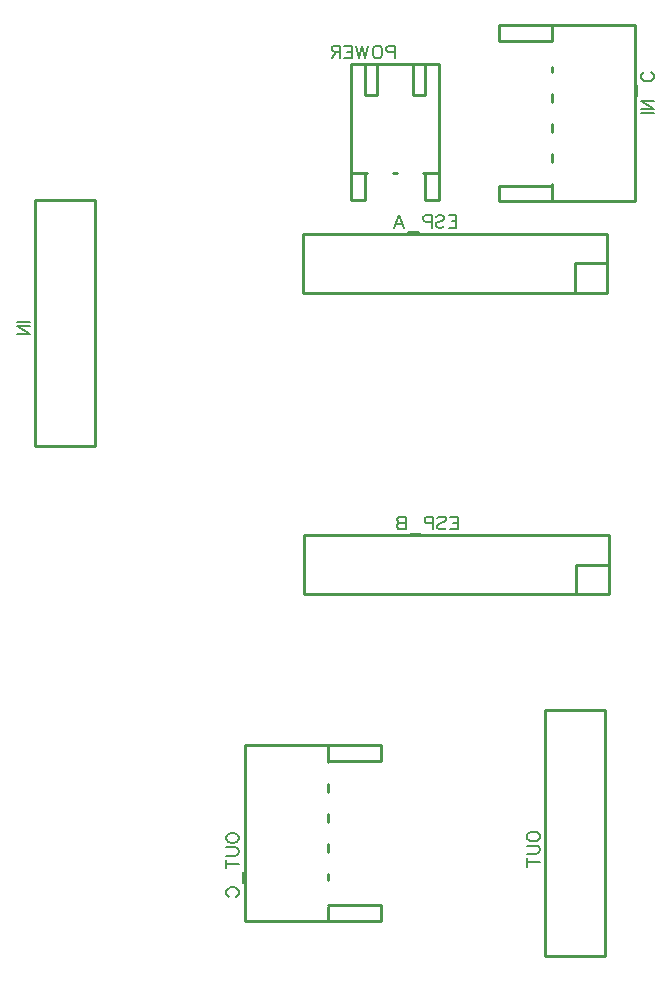
<source format=gbo>
G04 Layer: BottomSilkscreenLayer*
G04 EasyEDA v6.5.44, 2024-07-16 08:44:05*
G04 f322a21155e64bfca94832d5c325404b,a277f855c1dd484d8ea612a13ca666de,10*
G04 Gerber Generator version 0.2*
G04 Scale: 100 percent, Rotated: No, Reflected: No *
G04 Dimensions in millimeters *
G04 leading zeros omitted , absolute positions ,4 integer and 5 decimal *
%FSLAX45Y45*%
%MOMM*%

%ADD10C,0.1524*%
%ADD11C,0.2540*%

%LPD*%
D10*
X862584Y11950700D02*
G01*
X971550Y11950700D01*
X862584Y11916410D02*
G01*
X971550Y11916410D01*
X862584Y11916410D02*
G01*
X971550Y11843765D01*
X862584Y11843765D02*
G01*
X971550Y11843765D01*
X4584700Y12853415D02*
G01*
X4584700Y12744450D01*
X4584700Y12853415D02*
G01*
X4517136Y12853415D01*
X4584700Y12801600D02*
G01*
X4543043Y12801600D01*
X4584700Y12744450D02*
G01*
X4517136Y12744450D01*
X4410202Y12837921D02*
G01*
X4420615Y12848336D01*
X4436109Y12853415D01*
X4456938Y12853415D01*
X4472431Y12848336D01*
X4482845Y12837921D01*
X4482845Y12827508D01*
X4477765Y12817094D01*
X4472431Y12811760D01*
X4462018Y12806679D01*
X4431029Y12796265D01*
X4420615Y12791186D01*
X4415281Y12785852D01*
X4410202Y12775437D01*
X4410202Y12759944D01*
X4420615Y12749529D01*
X4436109Y12744450D01*
X4456938Y12744450D01*
X4472431Y12749529D01*
X4482845Y12759944D01*
X4375911Y12853415D02*
G01*
X4375911Y12744450D01*
X4375911Y12853415D02*
G01*
X4329175Y12853415D01*
X4313427Y12848336D01*
X4308347Y12843002D01*
X4303013Y12832587D01*
X4303013Y12817094D01*
X4308347Y12806679D01*
X4313427Y12801600D01*
X4329175Y12796265D01*
X4375911Y12796265D01*
X4268724Y12707874D02*
G01*
X4175252Y12707874D01*
X4099559Y12853415D02*
G01*
X4140961Y12744450D01*
X4099559Y12853415D02*
G01*
X4057904Y12744450D01*
X4125468Y12780771D02*
G01*
X4073397Y12780771D01*
X6255118Y13716000D02*
G01*
X6146152Y13716000D01*
X6255118Y13750289D02*
G01*
X6146152Y13750289D01*
X6255118Y13750289D02*
G01*
X6146152Y13822934D01*
X6255118Y13822934D02*
G01*
X6146152Y13822934D01*
X6109576Y13857224D02*
G01*
X6109576Y13950950D01*
X6229210Y14062963D02*
G01*
X6239624Y14057884D01*
X6250038Y14047470D01*
X6255118Y14037055D01*
X6255118Y14016228D01*
X6250038Y14005813D01*
X6239624Y13995400D01*
X6229210Y13990320D01*
X6213462Y13985239D01*
X6187554Y13985239D01*
X6172060Y13990320D01*
X6161646Y13995400D01*
X6151232Y14005813D01*
X6146152Y14016228D01*
X6146152Y14037055D01*
X6151232Y14047470D01*
X6161646Y14057884D01*
X6172060Y14062963D01*
X4064000Y14288516D02*
G01*
X4064000Y14179550D01*
X4064000Y14288516D02*
G01*
X4017263Y14288516D01*
X4001770Y14283436D01*
X3996436Y14278102D01*
X3991356Y14267687D01*
X3991356Y14252194D01*
X3996436Y14241779D01*
X4001770Y14236700D01*
X4017263Y14231366D01*
X4064000Y14231366D01*
X3925824Y14288516D02*
G01*
X3936238Y14283436D01*
X3946652Y14273021D01*
X3951731Y14262607D01*
X3957065Y14246860D01*
X3957065Y14220952D01*
X3951731Y14205457D01*
X3946652Y14195044D01*
X3936238Y14184629D01*
X3925824Y14179550D01*
X3904995Y14179550D01*
X3894581Y14184629D01*
X3884168Y14195044D01*
X3879088Y14205457D01*
X3873754Y14220952D01*
X3873754Y14246860D01*
X3879088Y14262607D01*
X3884168Y14273021D01*
X3894581Y14283436D01*
X3904995Y14288516D01*
X3925824Y14288516D01*
X3839463Y14288516D02*
G01*
X3813556Y14179550D01*
X3787647Y14288516D02*
G01*
X3813556Y14179550D01*
X3787647Y14288516D02*
G01*
X3761740Y14179550D01*
X3735577Y14288516D02*
G01*
X3761740Y14179550D01*
X3701288Y14288516D02*
G01*
X3701288Y14179550D01*
X3701288Y14288516D02*
G01*
X3633724Y14288516D01*
X3701288Y14236700D02*
G01*
X3659886Y14236700D01*
X3701288Y14179550D02*
G01*
X3633724Y14179550D01*
X3599434Y14288516D02*
G01*
X3599434Y14179550D01*
X3599434Y14288516D02*
G01*
X3552697Y14288516D01*
X3537204Y14283436D01*
X3531870Y14278102D01*
X3526790Y14267687D01*
X3526790Y14257274D01*
X3531870Y14246860D01*
X3537204Y14241779D01*
X3552697Y14236700D01*
X3599434Y14236700D01*
X3563111Y14236700D02*
G01*
X3526790Y14179550D01*
X2634881Y7588758D02*
G01*
X2639961Y7599171D01*
X2650375Y7609586D01*
X2660789Y7614920D01*
X2676537Y7620000D01*
X2702445Y7620000D01*
X2717939Y7614920D01*
X2728353Y7609586D01*
X2738767Y7599171D01*
X2743847Y7588758D01*
X2743847Y7567929D01*
X2738767Y7557770D01*
X2728353Y7547355D01*
X2717939Y7542021D01*
X2702445Y7536942D01*
X2676537Y7536942D01*
X2660789Y7542021D01*
X2650375Y7547355D01*
X2639961Y7557770D01*
X2634881Y7567929D01*
X2634881Y7588758D01*
X2634881Y7502652D02*
G01*
X2712859Y7502652D01*
X2728353Y7497318D01*
X2738767Y7486904D01*
X2743847Y7471410D01*
X2743847Y7460995D01*
X2738767Y7445502D01*
X2728353Y7435087D01*
X2712859Y7429754D01*
X2634881Y7429754D01*
X2634881Y7359142D02*
G01*
X2743847Y7359142D01*
X2634881Y7395463D02*
G01*
X2634881Y7322820D01*
X2780423Y7288529D02*
G01*
X2780423Y7195058D01*
X2660789Y7082789D02*
G01*
X2650375Y7087870D01*
X2639961Y7098284D01*
X2634881Y7108697D01*
X2634881Y7129526D01*
X2639961Y7139939D01*
X2650375Y7150354D01*
X2660789Y7155434D01*
X2676537Y7160768D01*
X2702445Y7160768D01*
X2717939Y7155434D01*
X2728353Y7150354D01*
X2738767Y7139939D01*
X2743847Y7129526D01*
X2743847Y7108697D01*
X2738767Y7098284D01*
X2728353Y7087870D01*
X2717939Y7082789D01*
X4597400Y10300715D02*
G01*
X4597400Y10191750D01*
X4597400Y10300715D02*
G01*
X4529836Y10300715D01*
X4597400Y10248900D02*
G01*
X4555743Y10248900D01*
X4597400Y10191750D02*
G01*
X4529836Y10191750D01*
X4422902Y10285221D02*
G01*
X4433315Y10295636D01*
X4448809Y10300715D01*
X4469638Y10300715D01*
X4485131Y10295636D01*
X4495545Y10285221D01*
X4495545Y10274808D01*
X4490465Y10264394D01*
X4485131Y10259060D01*
X4474718Y10253979D01*
X4443729Y10243565D01*
X4433315Y10238486D01*
X4427981Y10233152D01*
X4422902Y10222737D01*
X4422902Y10207244D01*
X4433315Y10196829D01*
X4448809Y10191750D01*
X4469638Y10191750D01*
X4485131Y10196829D01*
X4495545Y10207244D01*
X4388611Y10300715D02*
G01*
X4388611Y10191750D01*
X4388611Y10300715D02*
G01*
X4341875Y10300715D01*
X4326127Y10295636D01*
X4321047Y10290302D01*
X4315713Y10279887D01*
X4315713Y10264394D01*
X4321047Y10253979D01*
X4326127Y10248900D01*
X4341875Y10243565D01*
X4388611Y10243565D01*
X4281424Y10155174D02*
G01*
X4187952Y10155174D01*
X4153661Y10300715D02*
G01*
X4153661Y10191750D01*
X4153661Y10300715D02*
G01*
X4106925Y10300715D01*
X4091431Y10295636D01*
X4086097Y10290302D01*
X4081018Y10279887D01*
X4081018Y10269474D01*
X4086097Y10259060D01*
X4091431Y10253979D01*
X4106925Y10248900D01*
X4153661Y10248900D02*
G01*
X4106925Y10248900D01*
X4091431Y10243565D01*
X4086097Y10238486D01*
X4081018Y10228071D01*
X4081018Y10212324D01*
X4086097Y10201910D01*
X4091431Y10196829D01*
X4106925Y10191750D01*
X4153661Y10191750D01*
X5180584Y7601458D02*
G01*
X5185663Y7611871D01*
X5196077Y7622286D01*
X5206491Y7627620D01*
X5222240Y7632700D01*
X5248147Y7632700D01*
X5263641Y7627620D01*
X5274056Y7622286D01*
X5284470Y7611871D01*
X5289550Y7601458D01*
X5289550Y7580629D01*
X5284470Y7570470D01*
X5274056Y7560055D01*
X5263641Y7554721D01*
X5248147Y7549642D01*
X5222240Y7549642D01*
X5206491Y7554721D01*
X5196077Y7560055D01*
X5185663Y7570470D01*
X5180584Y7580629D01*
X5180584Y7601458D01*
X5180584Y7515352D02*
G01*
X5258561Y7515352D01*
X5274056Y7510018D01*
X5284470Y7499604D01*
X5289550Y7484110D01*
X5289550Y7473695D01*
X5284470Y7458202D01*
X5274056Y7447787D01*
X5258561Y7442454D01*
X5180584Y7442454D01*
X5180584Y7371842D02*
G01*
X5289550Y7371842D01*
X5180584Y7408163D02*
G01*
X5180584Y7335520D01*
D11*
X1524000Y12979400D02*
G01*
X1016000Y12979400D01*
X1016000Y10896600D01*
X1524000Y10896600D01*
X1524000Y12979400D01*
X5854700Y12446000D02*
G01*
X5588000Y12446000D01*
X5588000Y12204700D01*
X5861989Y12695986D02*
G01*
X3281984Y12695986D01*
X3281984Y12195987D01*
X5861989Y12195987D01*
X5861989Y12695986D01*
X4944003Y14461002D02*
G01*
X6094001Y14461002D01*
X6094001Y14461002D02*
G01*
X6094001Y12971002D01*
X4944005Y12971002D02*
G01*
X6094001Y12971002D01*
X4944003Y12970002D02*
G01*
X4944003Y13102000D01*
X5394002Y13102000D01*
X4943929Y14459999D02*
G01*
X4943929Y14328000D01*
X5393928Y14328000D01*
X5394002Y13102000D02*
G01*
X5394002Y13112155D01*
X5394002Y13303844D02*
G01*
X5394002Y13366155D01*
X5394002Y13557844D02*
G01*
X5394002Y13620155D01*
X5394002Y13811844D02*
G01*
X5394002Y13874155D01*
X5394002Y14065844D02*
G01*
X5394002Y14110886D01*
X5394002Y14337113D02*
G01*
X5394002Y14461002D01*
X5394002Y13102000D02*
G01*
X5394002Y12971002D01*
X4433999Y14128000D02*
G01*
X3694000Y14128000D01*
X3694000Y14128000D02*
G01*
X3694000Y12978000D01*
X4433999Y12977997D02*
G01*
X4433999Y14128000D01*
X4433999Y12978000D02*
G01*
X4318998Y12978000D01*
X4318998Y13208000D01*
X3693998Y12978000D02*
G01*
X3809004Y12978000D01*
X3809004Y13208000D01*
X4318998Y14127998D02*
G01*
X4318998Y13872997D01*
X4218998Y13872997D01*
X4218998Y14127998D01*
X3908991Y14125488D02*
G01*
X3908991Y13870487D01*
X3808991Y13870487D01*
X3808991Y14125488D01*
X4434077Y13208000D02*
G01*
X4299112Y13208000D01*
X4082884Y13208000D02*
G01*
X4045112Y13208000D01*
X3828884Y13208000D02*
G01*
X3694000Y13208000D01*
X3945996Y6874997D02*
G01*
X2795998Y6874997D01*
X2795998Y6874997D02*
G01*
X2795998Y8364997D01*
X3945994Y8364997D02*
G01*
X2795998Y8364997D01*
X3945996Y8365997D02*
G01*
X3945996Y8233999D01*
X3495997Y8233999D01*
X3946070Y6876000D02*
G01*
X3946070Y7007999D01*
X3496071Y7007999D01*
X3495997Y8233999D02*
G01*
X3495997Y8223844D01*
X3495997Y8032155D02*
G01*
X3495997Y7969844D01*
X3495997Y7778155D02*
G01*
X3495997Y7715844D01*
X3495997Y7524155D02*
G01*
X3495997Y7461844D01*
X3495997Y7270155D02*
G01*
X3495997Y7225113D01*
X3495997Y6998886D02*
G01*
X3495997Y6874997D01*
X3495997Y8233999D02*
G01*
X3495997Y8364997D01*
X5867400Y9893300D02*
G01*
X5600700Y9893300D01*
X5600700Y9652000D01*
X5874689Y10143286D02*
G01*
X3294684Y10143286D01*
X3294684Y9643287D01*
X5874689Y9643287D01*
X5874689Y10143286D01*
X5842000Y8661400D02*
G01*
X5334000Y8661400D01*
X5334000Y6578600D01*
X5842000Y6578600D01*
X5842000Y8661400D01*
M02*

</source>
